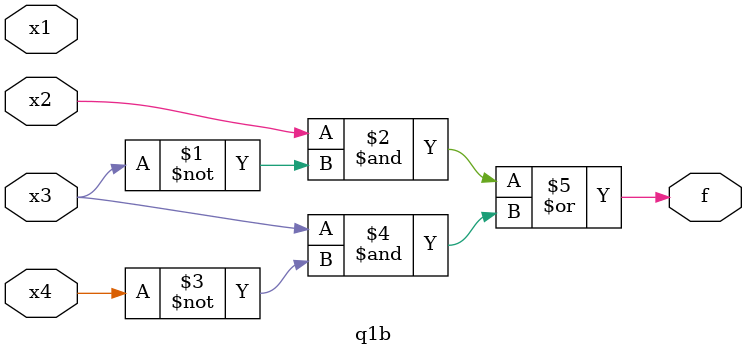
<source format=v>
module q1b(x1,x2,x3,x4,f);
input x1,x2,x3,x4;
output f;
assign f=(x2&(~x3))|(x3&(~x4));
endmodule

</source>
